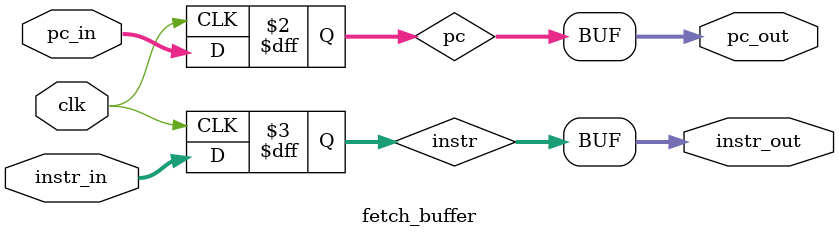
<source format=v>

module fetch_buffer
#(
    parameter ADDR_WIDTH = 12,
              INSTR_WIDTH = 32
)
(
  input wire clk,
  input wire [ADDR_WIDTH-1: 0] pc_in,
  input [INSTR_WIDTH-1: 0] instr_in,
  output wire [ADDR_WIDTH-1: 0] pc_out,
  output [INSTR_WIDTH-1: 0] instr_out
  
);
  reg [ADDR_WIDTH-1: 0] pc;
  reg [INSTR_WIDTH-1: 0] instr;
  
  always@(posedge clk) begin
    pc <= pc_in;
    instr <= instr_in;
  end

  assign pc_out = pc;
  assign instr_out = instr;

endmodule
</source>
